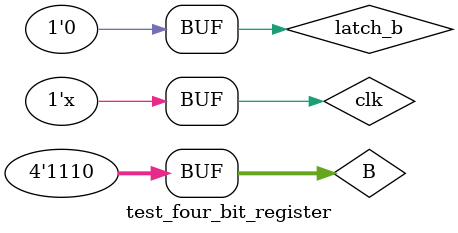
<source format=v>
`timescale 1ns / 1ps


module test_four_bit_register;

	// Inputs
	reg clk;
	reg [3:0] B;
	reg latch_b;

	// Outputs
	wire [3:0] four_bit_register_output;

	// Instantiate the Unit Under Test (UUT)
	four_bit_register uut (
		.clk(clk), 
		.B(B), 
		.latch_b(latch_b), 
		.four_bit_register_output(four_bit_register_output)
	);

	initial begin
		// Initialize Inputs
		clk = 0;
		B = 0;
		latch_b = 0;
		
		#5;

		#50;
        
		latch_b = 0;
		B = 4'b0101;
		
		
		#50;
		
		latch_b = 1;
		B = 4'b0111;
		
		
		#50;
		
		latch_b = 0;
		B = 4'b1101;
		
		
		#50;
		
		
		
		latch_b = 0;
		B = 4'b1111;
		
		
		#50;
		
		latch_b = 0;
		B = 4'b1110;
		
		

	end
      
		
		always #50 clk = ~clk;
		
endmodule


</source>
